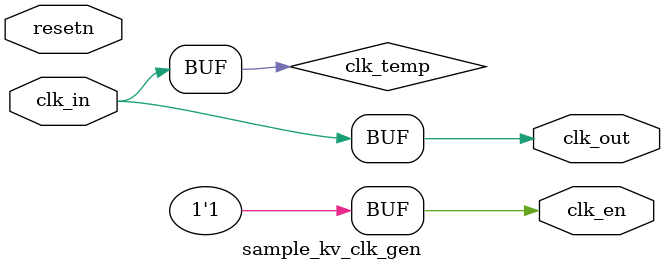
<source format=v>
 
module sample_kv_clk_gen (
        // VPERL: &PORTLIST;
        // VPERL_GENERATED_BEGIN
        	  clk_in,      
        	  resetn,      
        	  clk_en,
		  clk_out
        // VPERL_GENERATED_END
);
 
parameter RATIO = 1; // 1~4
 
input			clk_in;
input			resetn;
output			clk_en;
output			clk_out;
 
wire			clk_temp;
 
generate
if (RATIO == 1) begin : gen_ratio_1
	assign clk_en = 1'b1;
	assign clk_temp = clk_in;
end
else /*if (RATIO == 2)*/ begin : gen_ratio_2
	reg     cnt;
	reg	clk_en_r;
	always @(posedge clk_in or negedge resetn) begin
		if (!resetn)
			cnt = 1'b0;
		else
			cnt = ~cnt;
	end
 
	always @(posedge clk_in or negedge resetn) begin
		if (!resetn)
			clk_en_r <= 1'b1;
		else
			clk_en_r <= ~clk_en_r;
	end
	assign clk_temp = cnt;
	assign clk_en   = clk_en_r;
end
endgenerate
 
`ifdef NDS_FPGA 
	BUFGCE	TL_UL_CLK_MUX_INST (
		.I	(clk_temp		),
		.CE	(1'b1			),
		.O	(clk_out		)
	);
`else
	assign clk_out = clk_temp;
`endif
 
endmodule

</source>
